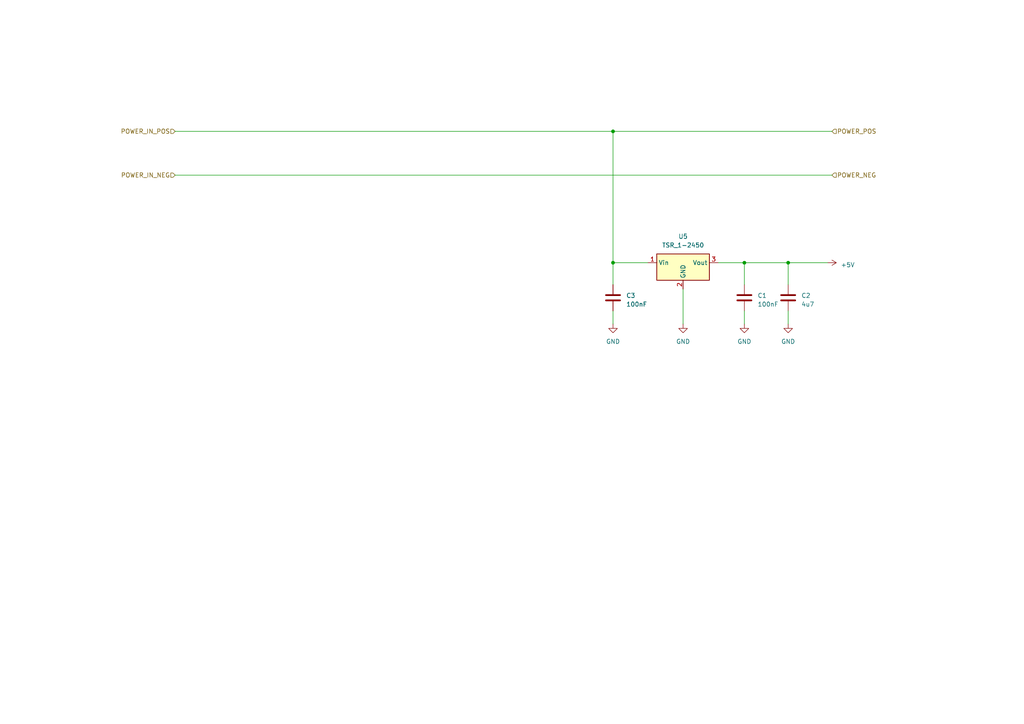
<source format=kicad_sch>
(kicad_sch (version 20230121) (generator eeschema)
  (paper "A4")
  (lib_symbols
    (symbol "Device:C" (pin_numbers hide) (pin_names (offset 0.254))
      (property "Reference" "C" (at 0.635 2.54 0))
      (property "Value" "C" (at 0.635 -2.54 0))
      (symbol "C_0_1"
        (polyline (pts (xy -2.032 -0.762) (xy 2.032 -0.762)) (stroke (width 0.508)))
        (polyline (pts (xy -2.032 0.762) (xy 2.032 0.762)) (stroke (width 0.508)))
      )
      (symbol "C_1_1"
        (pin passive line (at 0 3.81 270) (length 2.794) (name "~") (number "1"))
        (pin passive line (at 0 -3.81 90) (length 2.794) (name "~") (number "2"))
      )
    )
    (symbol "Regulator_Switching:TSR_1-2450"
      (property "Reference" "U" (at -7.62 6.35 0))
      (property "Value" "TSR_1-2450" (at -1.27 6.35 0))
      (symbol "TSR_1-2450_0_1"
        (rectangle (start -7.62 5.08) (end 7.62 -2.54) (stroke (width 0.254)) (fill (type background)))
      )
      (symbol "TSR_1-2450_1_1"
        (pin power_in line (at -10.16 2.54 0) (length 2.54) (name "Vin") (number "1"))
        (pin power_in line (at 0 -5.08 90) (length 2.54) (name "GND") (number "2"))
        (pin power_out line (at 10.16 2.54 180) (length 2.54) (name "Vout") (number "3"))
      )
    )
    (symbol "power:+5V" (power) (pin_names (offset 0))
      (property "Value" "+5V" (at 0 3.556 0))
      (symbol "+5V_0_1"
        (polyline (pts (xy -0.762 1.27) (xy 0 2.54)))
        (polyline (pts (xy 0 0) (xy 0 2.54)))
        (polyline (pts (xy 0 2.54) (xy 0.762 1.27)))
      )
      (symbol "+5V_1_1"
        (pin power_in line (at 0 0 90) (length 0) hide (name "+5V") (number "1"))
      )
    )
    (symbol "power:GND" (power) (pin_names (offset 0))
      (property "Value" "GND" (at 0 -3.81 0))
      (symbol "GND_0_1"
        (polyline (pts (xy 0 0) (xy 0 -1.27) (xy 1.27 -1.27) (xy 0 -2.54) (xy -1.27 -1.27) (xy 0 -1.27)))
      )
      (symbol "GND_1_1"
        (pin power_in line (at 0 0 270) (length 0) hide (name "GND") (number "1"))
      )
    )
  )
  (junction (at 228.6 76.2))
  (junction (at 177.8 38.1))
  (junction (at 177.8 76.2))
  (junction (at 215.9 76.2))
  (wire (pts (xy 228.6 76.2) (xy 228.6 82.55)))
  (wire (pts (xy 215.9 82.55) (xy 215.9 76.2)))
  (wire (pts (xy 228.6 90.17) (xy 228.6 93.98)))
  (wire (pts (xy 240.03 76.2) (xy 228.6 76.2)))
  (wire (pts (xy 177.8 93.98) (xy 177.8 90.17)))
  (wire (pts (xy 177.8 38.1) (xy 241.3 38.1)))
  (wire (pts (xy 177.8 38.1) (xy 177.8 76.2)))
  (wire (pts (xy 50.8 50.8) (xy 241.3 50.8)))
  (wire (pts (xy 198.12 93.98) (xy 198.12 83.82)))
  (wire (pts (xy 215.9 90.17) (xy 215.9 93.98)))
  (wire (pts (xy 50.8 38.1) (xy 177.8 38.1)))
  (wire (pts (xy 208.28 76.2) (xy 215.9 76.2)))
  (wire (pts (xy 187.96 76.2) (xy 177.8 76.2)))
  (wire (pts (xy 215.9 76.2) (xy 228.6 76.2)))
  (wire (pts (xy 177.8 76.2) (xy 177.8 82.55)))
  (hierarchical_label "POWER_POS" (shape input) (at 241.3 38.1 0))
  (hierarchical_label "POWER_IN_POS" (shape input) (at 50.8 38.1 180))
  (hierarchical_label "POWER_IN_NEG" (shape input) (at 50.8 50.8 180))
  (hierarchical_label "POWER_NEG" (shape input) (at 241.3 50.8 0))
  (symbol (lib_id "Device:C") (at 215.9 86.36 0) (unit 1)
    (property "Reference" "C1" (at 219.71 85.725 0) (effects (justify left)))
    (property "Value" "100nF" (at 219.71 88.265 0) (effects (justify left)))
    (property "Footprint" "Capacitor_SMD:C_0603_1608Metric" (effects hide))
  )
  (symbol (lib_id "Device:C") (at 177.8 86.36 0) (unit 1)
    (property "Reference" "C3" (at 181.61 85.725 0) (effects (justify left)))
    (property "Value" "100nF" (at 181.61 88.265 0) (effects (justify left)))
    (property "Footprint" "Capacitor_SMD:C_0603_1608Metric" (effects hide))
  )
  (symbol (lib_id "Device:C") (at 228.6 86.36 0) (unit 1)
    (property "Reference" "C2" (at 232.41 85.725 0) (effects (justify left)))
    (property "Value" "4u7" (at 232.41 88.265 0) (effects (justify left)))
    (property "Footprint" "Capacitor_SMD:C_0603_1608Metric" (effects hide))
  )
  (symbol (lib_id "power:GND") (at 228.6 93.98 0) (unit 1)
    (property "Reference" "#PWR08" (effects hide))
    (property "Value" "GND" (at 228.6 99.06 0))
    (instances (project "Perimeter Sender" (path "" (reference "#PWR08") (unit 1))) (project "RoboticLawnMower" (path "" (reference "#PWR09") (unit 1))))
  )
  (symbol (lib_id "Regulator_Switching:TSR_1-2450") (at 198.12 78.74 0) (unit 1)
    (property "Reference" "U5" (at 198.12 68.58 0))
    (property "Value" "TSR_1-2450" (at 198.12 71.12 0))
    (property "Footprint" "Converter_DCDC:Converter_DCDC_TRACO_TSR-1_THT" (effects hide))
    (property "Datasheet" "http://www.tracopower.com/products/tsr1.pdf" (effects hide))
    (instances (project "Perimeter Sender" (path "" (reference "U5") (unit 1))) (project "RoboticLawnMower" (path "" (reference "U7") (unit 1))))
  )
  (symbol (lib_id "power:+5V") (at 240.03 76.2 270) (unit 1)
    (property "Reference" "#PWR05" (effects hide))
    (property "Value" "+5V" (at 243.84 76.835 90) (effects (justify left)))
  )
  (symbol (lib_id "power:GND") (at 198.12 93.98 0) (unit 1)
    (property "Reference" "#PWR04" (effects hide))
    (property "Value" "GND" (at 198.12 99.06 0))
    (instances (project "Perimeter Sender" (path "" (reference "#PWR04") (unit 1))) (project "RoboticLawnMower" (path "" (reference "#PWR09") (unit 1))))
  )
  (symbol (lib_id "power:GND") (at 215.9 93.98 0) (unit 1)
    (property "Reference" "#PWR07" (effects hide))
    (property "Value" "GND" (at 215.9 99.06 0))
    (instances (project "Perimeter Sender" (path "" (reference "#PWR07") (unit 1))) (project "RoboticLawnMower" (path "" (reference "#PWR09") (unit 1))))
  )
  (symbol (lib_id "power:GND") (at 177.8 93.98 0) (unit 1)
    (property "Reference" "#PWR06" (effects hide))
    (property "Value" "GND" (at 177.8 99.06 0))
    (instances (project "Perimeter Sender" (path "" (reference "#PWR06") (unit 1))) (project "RoboticLawnMower" (path "" (reference "#PWR09") (unit 1))))
  )
)
</source>
